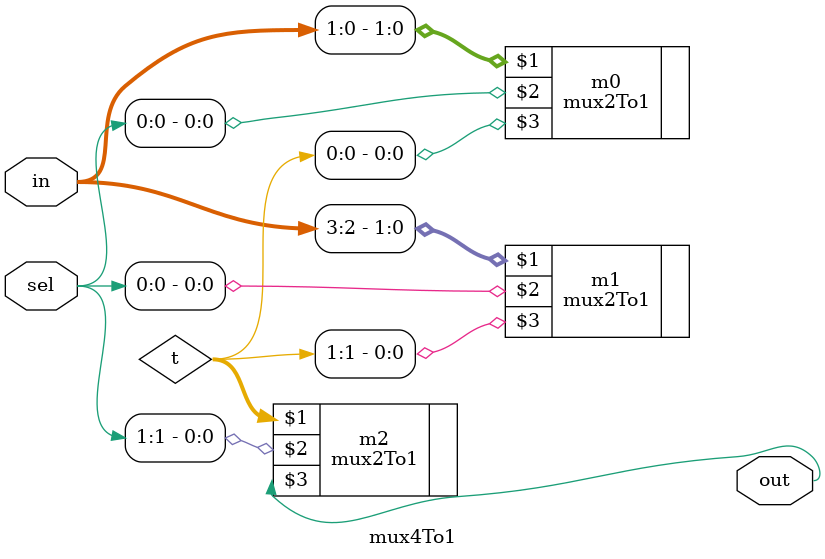
<source format=v>
`include "mux2To1.v"
module mux4To1 (in , sel , out);
    input [3:0] in;
    input [1:0] sel;
    output out;
    wire [1:0] t;

mux2To1 m0 (in[1:0], sel[0], t[0]);
mux2To1 m1 (in[3:2], sel[0], t[1]);
mux2To1 m2 (t[1:0], sel[1], out);
endmodule   
</source>
